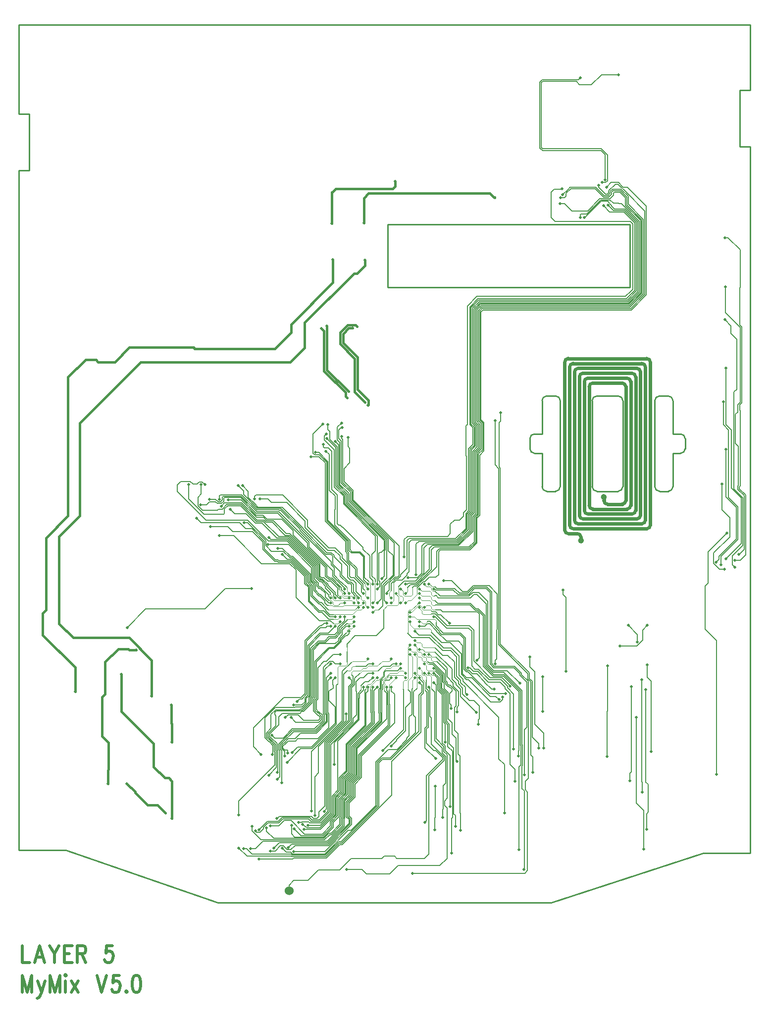
<source format=gbr>
*
*
G04 PADS Layout (Build Number 2006.45.1) generated Gerber (RS-274-X) file*
G04 PC Version=2.1*
*
%IN "MyMix V5.0_01.pcb"*%
*
%MOIN*%
*
%FSLAX35Y35*%
*
*
*
*
G04 PC Standard Apertures*
*
*
G04 Thermal Relief Aperture macro.*
%AMTER*
1,1,$1,0,0*
1,0,$1-$2,0,0*
21,0,$3,$4,0,0,45*
21,0,$3,$4,0,0,135*
%
*
*
G04 Annular Aperture macro.*
%AMANN*
1,1,$1,0,0*
1,0,$2,0,0*
%
*
*
G04 Odd Aperture macro.*
%AMODD*
1,1,$1,0,0*
1,0,$1-0.005,0,0*
%
*
*
G04 PC Custom Aperture Macros*
*
*
*
*
*
*
G04 PC Aperture Table*
*
%ADD010C,0.01*%
%ADD012C,0.015*%
%ADD013C,0.005*%
%ADD016C,0.006*%
%ADD030C,0.02*%
%ADD053C,0.019*%
%ADD073C,0.004*%
%ADD088C,0.06*%
%ADD106C,0.024*%
%ADD157C,0.0055*%
%ADD158C,0.002*%
%ADD184C,0.038*%
*
*
*
*
G04 PC Copper Outlines (0)*
G04 Layer Name MyMix V5.0_01.pcb - dark (0)*
%LPD*%
*
*
G04 PC Area=DRW85350651*
G75*
G36*
G01*
X578268Y441986D02*
G03*
X578268I0J1650D01*
G37*
G74*
*
*
G04 PC Area=DRW83630752*
G75*
G36*
G01*
X593648Y471211D02*
G03*
X593648I0J1650D01*
G37*
G74*
*
*
G04 PC Copper Outlines (1)*
G04 Layer Name MyMix V5.0_01.pcb - dark (1)*
%LPD*%
*
*
G04 PC Area=Custom_Thermal*
*
G04 PC Custom Flashes*
G04 Layer Name MyMix V5.0_01.pcb - flashes*
%LPD*%
*
*
G04 PC Circuitry*
G04 Layer Name MyMix V5.0_01.pcb - circuitry*
%LPD*%
*
G54D10*
G01X200000Y790551D02*
X692126D01*
Y746600*
X685126*
Y708600*
X692126*
Y233465*
X684094*
X660630*
X558268Y200000*
X333860*
X231500Y235430*
X200000*
Y692600*
X207000*
Y730600*
X200000*
Y790551*
X448300Y614173D02*
X611200D01*
Y656500*
X448300*
Y614173*
X588891Y540912D02*
G75*
G03X585801Y537822I0J-3090D01*
G01X588891Y540912D02*
X603310D01*
X606423Y537799D02*
G03X603310Y540912I-3113J0D01*
G01X606423Y537799D02*
Y479945D01*
X603288Y476810D02*
G03X606423Y479945I0J3135D01*
G01X603288Y476810D02*
X588894D01*
X585801Y479903D02*
G03X588894Y476810I3093J0D01*
G01X585801Y479903D02*
Y537822D01*
X631050Y540912D02*
G03X627950Y537812I-0J-3100D01*
G01Y479901*
G03X631041Y476810I3091J0*
G01X637059*
G03X640159Y479910I-0J3100*
G01Y502360*
X645273*
G03X648373Y505460I-0J3100*
G01Y512262*
G03X645273Y515362I-3100J-0*
G01X640159*
Y537812*
G03X637059Y540912I-3100J0*
G01X631050*
X552065Y479910D02*
G03X555165Y476810I3100J-0D01*
G01X561174*
G03X564274Y479910I-0J3100*
G01Y537812*
G03X561174Y540912I-3100J-0*
G01X555165*
G03X552065Y537812I-0J-3100*
G01Y515362*
X546951*
G03X543851Y512262I-0J-3100*
G01Y505460*
G03X546951Y502360I3100J-0*
G01X552065*
Y479910*
G54D12*
X302681Y256648D02*
Y269147D01*
X302802Y269268*
Y281767*
X298358Y260433D02*
X293129Y265662D01*
X286561*
X278149Y274074*
Y274538*
X272611Y280076*
X259810Y279955D02*
Y289140D01*
X260281Y289611*
Y307688*
X255920Y312049*
Y338184*
X257968Y340232*
Y361880*
X266876Y370788*
X269788*
X302802Y281767D02*
X300703Y283866D01*
X298082*
X290654Y291294*
Y306971*
X268815Y328810*
Y353621*
X302803Y308183D02*
Y320451D01*
X302621Y320633*
Y332901*
X237686Y342042D02*
Y358258D01*
X215789Y380155*
Y394768*
X218023Y397002*
Y445392*
X232931Y460300*
Y553526*
X244676Y565271*
X246685*
X289261Y339069D02*
Y363004D01*
X274046Y378219*
X236414*
X226985Y387648*
Y446426*
X240859Y460300*
Y522631*
X281787Y563559*
X382371*
X392288Y573476*
Y590242*
X425435Y623389*
X427533*
X432780Y628636*
Y632402*
X278993Y370160D02*
X274011D01*
X273383Y370788*
X269788*
X420697Y539840D02*
X419725Y540812D01*
Y543265*
X405306Y557684*
Y584591*
X403498Y586398*
X421925Y543894D02*
X407307Y558513D01*
Y587995*
X434947Y534681D02*
X435292Y535026D01*
Y538030*
X427945Y545377*
Y566922*
X418038Y576829*
Y582728*
X421954Y586644*
X424505*
X432858Y536769D02*
X425944Y543683D01*
Y566094*
X416038Y576000*
Y583557*
X421326Y588845*
X424505*
X259677Y563768D02*
X253316D01*
X251813Y565271*
X246685*
X259677Y563768D02*
X264380D01*
X274130Y573518*
X276500*
X366031Y572700D02*
X318318D01*
X317500Y573518*
X276500*
X366031Y572700D02*
X372004D01*
X383079Y583775*
Y588959*
X411309Y617189*
Y632732*
X427576Y587718D02*
X426449Y588845D01*
X424505*
X410354Y657181D02*
Y678067D01*
X410670*
X413043Y680440*
X451485*
X453067Y682022*
Y685444*
X453008Y685503*
X432021Y657205D02*
Y674111D01*
X435185Y677275*
X516675*
X520314Y674428D02*
X520156Y674586D01*
X519364*
X516675Y677275*
G54D13*
X595298Y472861D02*
G03X595298I-1650J0D01*
G01X579918Y443636D02*
G03X579918I-1650J0D01*
G01X595298Y472861D02*
G03X595298I-1650J0D01*
G01X579918Y443636D02*
G03X579918I-1650J0D01*
G54D16*
G01X373484Y256573D02*
X373762D01*
X375330Y258141*
X408506Y400067D02*
X407526D01*
X405967Y401626*
Y402901*
X405849Y403019*
G54D30*
X202288Y151072D02*
Y139588D01*
Y151072D02*
X205470Y139588D01*
X208652Y151072D02*
X205470Y139588D01*
X208652Y151072D02*
Y139588D01*
X212629Y147244D02*
X215015Y139588D01*
X217402Y147244D02*
X215015Y139588D01*
X214220Y137400*
X214220D02*
X213424Y136307D01*
X212629Y135760*
X212231*
X220981Y151072D02*
Y139588D01*
Y151072D02*
X224163Y139588D01*
X227345Y151072D02*
X224163Y139588D01*
X227345Y151072D02*
Y139588D01*
X230924Y151072D02*
X231322Y150525D01*
X231322D02*
X231720Y151072D01*
X231322Y151619*
X230924Y151072*
X231322Y147244D02*
Y139588D01*
X235299Y147244D02*
X239674Y139588D01*
Y147244D02*
X235299Y139588D01*
X252402Y151072D02*
X255583Y139588D01*
X258765Y151072D02*
X255583Y139588D01*
X267515Y151072D02*
X263538D01*
X263140Y146150*
X263140D02*
X263538Y146697D01*
X264731Y147244*
X265924*
X267118Y146697*
X267913Y145604*
X268311Y143963*
X267913Y142869*
X267515Y141229*
X266720Y140135*
X265527Y139588*
X264333*
X263140Y140135*
X262743Y140682*
X262345Y141775*
X272288Y140682D02*
X271890Y140135D01*
X272288Y139588*
X272686Y140135*
X272288Y140682*
X278652Y151072D02*
X277458Y150525D01*
X277458D02*
X276663Y148885D01*
X276265Y146150*
X276265D02*
Y144510D01*
X276663Y141775*
X276663D02*
X277458Y140135D01*
X278652Y139588*
X279447*
X280640Y140135*
X281436Y141775*
X281436D02*
X281833Y144510D01*
Y146150*
X281833D02*
X281436Y148885D01*
X280640Y150525*
X280640D02*
X279447Y151072D01*
X278652*
X202288Y171072D02*
Y159588D01*
X207061*
X213822Y171072D02*
X210640Y159588D01*
X213822Y171072D02*
X217004Y159588D01*
X211833Y163416D02*
X215811D01*
X220583Y171072D02*
X223765Y165604D01*
Y159588*
X226947Y171072D02*
X223765Y165604D01*
X230527Y171072D02*
Y159588D01*
Y171072D02*
X235697D01*
X230527Y165604D02*
X233708D01*
X230527Y159588D02*
X235697D01*
X239277Y171072D02*
Y159588D01*
Y171072D02*
X242856D01*
X244049Y170525*
X244049D02*
X244447Y169979D01*
X244845Y168885*
Y167791*
X244447Y166697*
X244049Y166150*
X244049D02*
X242856Y165604D01*
X239277*
X242061D02*
X244845Y159588D01*
X262743Y171072D02*
X258765D01*
X258368Y166150*
X258368D02*
X258765Y166697D01*
X259958Y167244*
X261152*
X262345Y166697*
X263140Y165604*
X263538Y163963*
X263140Y162869*
X262743Y161229*
X261947Y160135*
X260754Y159588*
X259561*
X258368Y160135*
X257970Y160682*
X257572Y161775*
G54D53*
X361624Y229358D03*
X420600Y222269D03*
X464700Y219800D03*
X491254Y233314D03*
X539965Y222269D03*
X347936Y236749D03*
X351016Y236270D03*
X355791Y236344D03*
X356722Y251240D03*
X359011Y248264D03*
X361564Y249061D03*
X366633Y250488D03*
X369140Y251754D03*
X369309Y234746D03*
X371404Y236736D03*
X377259Y236623D03*
X383371Y252161D03*
X385212Y249584D03*
X388232Y254150D03*
X390934Y252641D03*
X391683Y249370D03*
X384916Y234431D03*
X381250Y237155D03*
X394613Y252027D03*
X479859Y248966D03*
X473269Y254183D03*
X497158Y248554D03*
X493726Y251437D03*
X536424Y235786D03*
X620377Y235913D03*
X622417Y249467D03*
X302681Y256648D03*
X298358Y260433D03*
X347917Y258950D03*
X373484Y256573D03*
X396979Y261813D03*
X399053Y258691D03*
X405423Y261462D03*
X485213Y257478D03*
X490091Y264661D03*
X526812Y260251D03*
X259810Y279955D03*
X272611Y280076D03*
X302802Y281767D03*
X368027Y285696D03*
X373859Y287707D03*
X376878Y280648D03*
X373847Y282881D03*
X412263Y292948D03*
X480040Y278457D03*
X545760Y287820D03*
X533942Y281603D03*
X540260Y286172D03*
X611049Y281967D03*
X619567Y274242D03*
X669651Y286227D03*
X302803Y308183D03*
X370650Y299539D03*
X362837Y299781D03*
X370140Y312709D03*
X383909Y301134D03*
X380872Y300627D03*
X378678Y298602D03*
X380365Y294383D03*
X450524Y305319D03*
X444760Y302359D03*
X486724Y308002D03*
X480433Y297062D03*
X494824Y295097D03*
X549742Y303883D03*
X532992Y303417D03*
X536149Y298666D03*
X553311Y304158D03*
X595838Y298500D03*
X625363Y301701D03*
X302621Y332901D03*
X379316Y324662D03*
X383034Y324602D03*
X384920Y332881D03*
X420288Y326895D03*
X490705Y330656D03*
X507723Y328099D03*
X494686Y328447D03*
X509112Y320065D03*
X552657Y328595D03*
X615581Y324823D03*
X237686Y342042D03*
X268815Y353621D03*
X289261Y339069D03*
X387276Y335477D03*
X409713Y351312D03*
X412863D03*
X431760Y345013D03*
X422312Y351312D03*
X438060D03*
X441209Y345013D03*
X438060D03*
X441210Y351312D03*
X434910Y345013D03*
X450658Y351312D03*
Y345013D03*
X447509D03*
X466406Y351312D03*
X469556Y348163D03*
Y351312D03*
X460107D03*
X453808D03*
X475855Y345013D03*
X479005Y348163D03*
X501471Y339929D03*
X530438Y345756D03*
X527462Y340697D03*
X525578Y338515D03*
X523197Y336630D03*
X519924Y343573D03*
X537183Y347541D03*
X552657Y352005D03*
X612024Y345277D03*
X621984Y343499D03*
X619316Y349902D03*
X278993Y370160D03*
X409713Y354462D03*
Y360761D03*
X416012D03*
Y367060D03*
X438060Y354462D03*
X434910Y363911D03*
X438060Y360761D03*
X450658Y363911D03*
X469556Y370210D03*
Y357612D03*
X466406Y367060D03*
X463257D03*
Y370210D03*
X466406Y373360D03*
X463257D03*
X466406Y354462D03*
X460107D03*
X453808Y360761D03*
X456958Y357612D03*
Y360761D03*
X475855Y367060D03*
X472706D03*
Y360761D03*
X479005Y357612D03*
X472706Y354462D03*
X475855D03*
X479005D03*
X502169Y357953D03*
X508188Y362897D03*
X520618Y360734D03*
X543730Y365297D03*
X568303Y355771D03*
X596016Y359506D03*
X604625Y372644D03*
X622696Y359862D03*
X272739Y385114D03*
X407286Y388033D03*
X409713Y385958D03*
X425461Y392258D03*
X422312Y385958D03*
X425461Y389108D03*
X419162Y392258D03*
X416012Y389108D03*
Y392258D03*
X412863D03*
X425461Y385958D03*
X422312Y382809D03*
X412863Y385958D03*
X466406Y382809D03*
X469556Y389108D03*
X463257D03*
X469556Y385958D03*
X463257Y392258D03*
X466406Y376509D03*
X479005Y392258D03*
X489783Y387953D03*
X610007Y386530D03*
X622816D03*
X616250Y375443D03*
X356463Y411194D03*
X409713Y404856D03*
Y401706D03*
X419162Y408006D03*
Y401706D03*
X416012Y404856D03*
X412863D03*
X425461D03*
Y401706D03*
X422312Y408006D03*
Y404856D03*
X419162Y411155D03*
X431760Y408006D03*
Y401706D03*
Y398557D03*
X428611Y404856D03*
Y401706D03*
Y398557D03*
X438060Y395407D03*
X447508Y408005D03*
X450658Y401706D03*
Y404856D03*
X434910Y398557D03*
Y404856D03*
X438060Y398557D03*
X441209Y411155D03*
Y401706D03*
X438060D03*
X434910Y411155D03*
X447509Y401706D03*
X456958Y411155D03*
X469556Y401706D03*
Y398557D03*
X460107Y408006D03*
Y401706D03*
X456958D03*
X469556Y408006D03*
Y404856D03*
X453808Y408006D03*
X469556Y411155D03*
X463257Y395407D03*
X472706Y398557D03*
X479005Y411155D03*
X566053Y410440D03*
X441209Y414305D03*
X444247Y418095D03*
X434910Y414305D03*
X438060D03*
X459288Y432781D03*
X460107Y414305D03*
X461914Y418723D03*
X467201Y420653D03*
X485695Y416731D03*
X472706Y414305D03*
X475855D03*
X669243Y429087D03*
X672491Y427463D03*
X675739Y431301D03*
X681793Y430268D03*
Y425691D03*
X674854Y424362D03*
X328674Y453003D03*
X334787Y446890D03*
X368109Y445618D03*
X367639Y441046D03*
X374130Y438506D03*
X377141Y434366D03*
X676473Y448707D03*
X684598Y434402D03*
X319455Y458815D03*
X322022Y467626D03*
X328224Y471510D03*
X340921Y470870D03*
X342115Y464627D03*
X334714Y471422D03*
X336127Y466801D03*
X351398Y455617D03*
X362233Y471659D03*
X358467Y471700D03*
X325085Y481256D03*
X322500D03*
X314181Y481498D03*
X350529Y480532D03*
X347435Y480586D03*
X673041Y481631D03*
X407284Y512435D03*
X396405Y500126D03*
X406661Y503775D03*
X399549Y503045D03*
X404789Y508510D03*
X421478Y513036D03*
X412736Y510444D03*
X417260Y513798D03*
X675829Y505010D03*
X407858Y521676D03*
X406960Y515471D03*
X404639Y521984D03*
X417666Y519788D03*
X417005Y522845D03*
X524205Y529786D03*
X520426Y524199D03*
X420697Y539840D03*
X421925Y543894D03*
X434947Y534681D03*
X432858Y536769D03*
X674006Y536969D03*
X675937Y559704D03*
X403498Y586398D03*
X407307Y587995D03*
X424505Y586644D03*
X427576Y587718D03*
X675079Y592199D03*
X411309Y632732D03*
X432780Y632402D03*
X675615Y614292D03*
X675079Y647430D03*
X410354Y657181D03*
X432021Y657205D03*
X564143Y670406D03*
X577724Y661085D03*
X580463Y661057D03*
X596600Y669200D03*
X593392Y669090D03*
X453008Y685503D03*
X520314Y674428D03*
X565535Y680280D03*
X565917Y676312D03*
X564365Y674343D03*
X592455Y684646D03*
X590108Y682653D03*
X594531Y686474D03*
X595442Y681491D03*
X577768Y754891D03*
X603512Y757177D03*
G54D73*
X430192Y342902D02*
Y346021D01*
X423841Y353276D02*
X423887Y353322D01*
Y355081*
X424843Y356037*
X429899*
X431399Y357537*
X433474*
X435123Y359186*
X441210*
X444360Y362336*
X449083*
X450658Y363911*
X414420Y346995D02*
Y358213D01*
X415393Y359186*
X419780*
X420916Y360322*
Y362010*
X433513Y343813D02*
X433359Y343967D01*
Y345655*
X434830Y347126*
X436457*
X440643Y351312*
X441210*
X445197Y347043D02*
X445157Y347083D01*
Y349143*
X445690Y349676*
Y349882*
X446471Y350663*
X447035*
X449234Y352862*
X453808*
X444815Y350046D02*
Y350139D01*
X446139Y351463*
X446703*
X449627Y354387*
X454549*
X456174Y356012*
X456958*
X436528Y343490D02*
X436509Y343509D01*
Y345656*
X440590Y349737*
X441828*
X445009Y352918*
Y355498*
X447123Y357612*
X449885*
X451459Y359186*
X455383*
X456958Y360761*
X449016Y343490D02*
X449084Y343558D01*
Y346588*
X453433Y350937*
X446001Y342521D02*
X445959Y342563D01*
Y346111*
X446072Y346224*
Y347406*
X445957Y347521*
Y348808*
X446565Y349416*
Y349519*
X464722Y344173D02*
X464832Y344283D01*
Y349738*
X466406Y351312*
X461719Y343480D02*
X461707Y343492D01*
Y349196*
X464808Y352297*
Y365509*
X463257Y367060*
X458486Y343826D02*
X458533Y343873D01*
Y348781*
X459489Y349737*
X460725*
X461683Y350695*
Y371786*
X463257Y373360*
X467865Y344173D02*
X467957Y344265D01*
Y352345*
X466406Y353896*
Y354462*
X460107Y351312D02*
X458557Y352862D01*
X453808*
X474124Y349949D02*
X474257Y350082D01*
Y351954*
X473324Y352887*
X472088*
X471132Y353843*
Y356036*
X469556Y357612*
X477882Y343687D02*
X477431Y344138D01*
Y351929*
X476473Y352887*
X474847*
X473272Y354462*
X472706*
X479865Y352872D02*
X478011D01*
X476421Y354462*
X475855*
X473539Y342579D02*
X473179Y342939D01*
Y348474*
X471132Y350521*
Y351929*
X470174Y352887*
X468938*
X467982Y353843*
Y364919*
X466406Y366495*
Y367060*
X423930Y361814D02*
X424452Y362336D01*
X433335*
X434910Y363911*
X426589Y359066D02*
X426493Y359162D01*
X425461*
X422312Y356061D02*
X421350D01*
X421093Y356318*
X422312Y356061D02*
X422954D01*
X423886Y356993*
Y358230*
X424818Y359162*
X425461*
X431761Y356012D02*
X441209D01*
X429422Y354363D02*
X431071Y356012D01*
X431761*
X420916Y368947D02*
X420734Y369129D01*
Y371868*
X441209Y356012D02*
X441982D01*
X460107Y354462D02*
X458557Y356012D01*
X456958*
X479005Y368659D02*
X479787D01*
X479969Y368841*
X479005Y368659D02*
X473300D01*
X471749Y370210*
X469556*
X479005Y365501D02*
X477982D01*
X476423Y367060*
X475855*
X480596Y365501D02*
X479005D01*
Y362361D02*
X481108D01*
X481117Y362370*
X479005Y362361D02*
X478363D01*
X477431Y363293*
Y364528*
X476450Y365509*
X474823*
X473272Y367060*
X472706*
X479005Y356061D02*
X480028D01*
X480074Y356107*
X479005Y356061D02*
X475213D01*
X474125Y357149*
Y359342*
X472706Y360761*
X480282Y371451D02*
X479948Y371785D01*
X472088*
X471132Y372741*
Y373977*
X470175Y374934*
X467981*
X466406Y376509*
X476107Y360282D02*
X475646D01*
X473592Y362336*
X472088*
X471132Y363292*
Y364528*
X470175Y365485*
X468938*
X467982Y366441*
Y367677*
X467024Y368635*
X464832*
X463257Y370210*
X475272Y362161D02*
X474281Y363153D01*
Y364529*
X473325Y365485*
X472088*
X471132Y366441*
Y367677*
X470174Y368635*
X468938*
X467982Y369591*
Y371784*
X466406Y373360*
X423911Y390708D02*
X420940D01*
X420865Y390783*
X423911Y390708D02*
X425461Y392258D01*
X422312Y387558D02*
X421669D01*
X421538Y387689*
X422312Y387558D02*
X423911D01*
X425461Y389108*
X414462Y387558D02*
X411717D01*
X411676Y387599*
X414462Y387558D02*
X416012Y389108D01*
X414462Y390708D02*
X411684D01*
X411676Y390716*
X414462Y390708D02*
X416012Y392258D01*
X412863Y393857D02*
X411705D01*
X411623Y393939*
X412863Y393857D02*
X424476D01*
X427602Y396983*
X430186*
X431760Y398557*
X420521Y381846D02*
X420737Y382062D01*
Y383427*
X421694Y384384*
X423887*
X425461Y385958*
X461653Y381292D02*
X461683Y381322D01*
Y396026*
X462640Y396983*
X464267*
X468423Y401139*
X470930Y384346D02*
X473403D01*
X473417Y384360*
X475855*
X470930Y384346D02*
X470892Y384384D01*
X465787*
X463257Y386914*
Y389108*
X475855Y393857D02*
X477133D01*
X477661Y394385*
X475855Y393857D02*
X472064D01*
X471132Y394789*
Y396495*
X469556Y398071*
Y398557*
X472706Y387558D02*
X473349D01*
X474944Y389153*
Y389195*
X472706Y387558D02*
X471970D01*
X470420Y389108*
X469556*
X477369Y382011D02*
X477406Y382048D01*
Y383451*
X476497Y384360*
X475855*
X480688Y388788D02*
Y389688D01*
X479688Y390688*
X467788*
X466218Y392258*
X463257*
X408506Y400067D02*
X408547Y400108D01*
X409713*
X412863Y400156D02*
X412220D01*
X411287Y401089*
Y402325*
X410330Y403282*
X408513*
X408453Y403342*
X412863Y400156D02*
X414683D01*
X416233Y401706*
X419162*
X412863Y399356D02*
X411498D01*
X410746Y400108*
X409713*
X412863Y399356D02*
X417966D01*
X418742Y400132*
X430186*
X431760Y401706*
X422312Y397007D02*
X408396D01*
X408295Y397108*
X422312Y397007D02*
X426103D01*
X427653Y398557*
X428611*
X425461Y404856D02*
X423885Y406432D01*
X418543*
X417587Y407388*
Y408624*
X415439Y410772*
X415438*
X425461Y401706D02*
X423885Y403282D01*
X412244*
X411287Y404239*
Y405475*
X410404Y406358*
Y406422*
X409510Y407316*
X422312Y408006D02*
X420761Y409557D01*
Y411952*
X420762Y411953*
X422312Y404856D02*
X418596D01*
X417020Y406432*
X415084*
X414898Y406618*
X428611Y401706D02*
X427036Y403281D01*
Y405580*
X426157Y406459*
X445364Y397508D02*
X447988Y400132D01*
X454427*
X455359Y401064*
Y405890*
X453808Y407441*
Y408006*
X438060Y395407D02*
X439636Y396983D01*
X442248*
X442335Y397070*
X450658Y401706D02*
X452234Y403282D01*
Y415299*
X450658Y404856D02*
X449084Y406430D01*
Y408722*
X450396Y410034*
X434910Y398557D02*
X433335Y400132D01*
Y402324*
X432377Y403282*
X431141*
X430185Y404238*
Y406070*
X430113Y406142*
X434910Y404856D02*
X433335Y406431D01*
Y409701*
X432522Y410515*
X438060Y398557D02*
X436485Y400132D01*
Y415007*
X435557Y415935*
X438060Y401706D02*
X439634Y403280D01*
Y416059*
X439676Y416101*
X434910Y411155D02*
X432780Y413285D01*
Y414604*
X459465Y406456D02*
X463900D01*
X464841Y407397*
Y412170*
X459465Y406456D02*
X458533Y407388D01*
Y409580*
X456958Y411155*
X460107Y408006D02*
X461658Y409557D01*
Y412161*
X460107Y401706D02*
X461683Y403282D01*
X463876*
X467957Y407363*
Y411937*
X467872Y412022*
X456958Y401706D02*
X458509Y403257D01*
Y405498*
X457575Y406432*
X456340*
X455361Y407411*
Y412520*
X463257Y395407D02*
X464018D01*
X468719Y400108*
X469556*
X479005Y409605D02*
X479836D01*
X479916Y409685*
X479005Y409605D02*
X478363D01*
X477431Y410537*
Y411772*
X476472Y412731*
X474280*
X472706Y414305*
X479005Y397007D02*
X480189D01*
X480304Y397122*
X479005Y397007D02*
X478363D01*
X477431Y397939*
Y399174*
X476497Y400108*
X475855*
X479005Y403306D02*
X479860D01*
X479916Y403362*
X479005Y403306D02*
X478363D01*
X477431Y404238*
Y405473*
X476472Y406432*
X471130*
X469556Y408006*
X479005Y400156D02*
X478363D01*
X477431Y401088*
Y402323*
X476472Y403282*
X471130*
X469556Y404856*
X479005Y400156D02*
X479989D01*
X480033Y400200*
X479916Y412730D02*
X477997D01*
X476422Y414305*
X475855*
X479005Y406456D02*
X479732D01*
X479799Y406523*
X479005Y406456D02*
X478363D01*
X477431Y407388*
Y408623*
X476473Y409581*
X471130*
X469556Y411155*
X477872Y396170D02*
X477035Y397007D01*
X472064*
X471131Y397940*
Y399174*
X470197Y400108*
X469556*
X472706Y398557D02*
X474257Y400108D01*
X475855*
G54D88*
X381712Y208000D03*
G54D106*
X593720Y473012D02*
X593685Y470553D01*
G03X596085Y468119I2400J-34*
G01X606013*
G03X608413Y470519I0J2400*
G01Y547219*
G03X606013Y549619I-2400J0*
G01X586213*
G03X583813Y547219I0J-2400*
G01Y467219*
G03X586213Y464819I2400J0*
G01X609313*
G03X611713Y467219I0J2400*
G01Y550519*
G03X609313Y552919I-2400J0*
G01X582913*
G03X580513Y550519I0J-2400*
G01Y463919*
G03X582913Y461519I2400J0*
G01X612613*
G03X615013Y463919I0J2400*
G01Y553819*
G03X612613Y556219I-2400J0*
G01X579613*
G03X577213Y553819I0J-2400*
G01Y460619*
G03X579613Y458219I2400J0*
G01X615913*
G03X618313Y460619I0J2400*
G01Y557119*
G03X615913Y559519I-2400J0*
G01X576313*
G03X573913Y557119I0J-2400*
G01Y457319*
G03X576313Y454919I2400J0*
G01X619213*
G03X621613Y457319I0J2400*
G01Y560419*
G03X619213Y562819I-2400J0*
G01X573013*
G03X570613Y560419I0J-2400*
G01Y454019*
G03X573013Y451619I2400J0*
G01X622513*
G03X624913Y454019I0J2400*
G01Y563719*
G03X622513Y566119I-2400J0*
G01X569713*
G03X567313Y563719I0J-2400*
G01Y450719*
G03X569713Y448319I2400J0*
G01X575863*
X578263Y445919D02*
G03X575863Y448319I-2400J0D01*
G01X578263Y445919D02*
Y443869D01*
G54D157*
X381712Y208000D02*
Y211802D01*
X381689Y211825*
X384934Y215071*
X394390*
X401440Y222121*
X415968*
X423447Y229600*
X444100*
X445900Y231400*
X452700*
X361624Y229358D02*
X384318D01*
X384916Y229956*
X406879*
X415973Y239050*
X417668*
X450985Y272367*
Y295003*
X470526Y314544*
Y339434*
X472234Y341142*
Y348009*
X469556Y350687*
Y351312*
X384916Y232806D02*
X384242D01*
X382970Y234078*
X379804*
X377259Y236623*
X384916Y232806D02*
X405697D01*
X421653Y248762*
X423348*
X440035Y265449*
Y294573*
X448631Y303169*
X454445*
X460938Y309662*
Y310459*
X461286Y310807*
Y311082*
X462613Y312409*
Y324905*
X464538Y326830*
Y343989*
X464722Y344173*
X386254Y230906D02*
X383454D01*
X383176Y231184*
X353501*
X347936Y236749*
X386254Y230906D02*
X406485D01*
X415579Y240000*
X417274*
X442235Y264961*
Y294085*
X444475Y296325*
X450289*
X469257Y315293*
Y339567*
X471284Y341594*
Y346435*
X469556Y348163*
X384916Y231856D02*
X383848D01*
X383077Y232627*
X356846*
X353203Y236270*
X351016*
X384916Y231856D02*
X406091D01*
X415185Y240950*
X416880*
X441285Y265355*
Y294479*
X444081Y297275*
X449895*
X466963Y314343*
Y324655*
X465663Y325955*
Y341971*
X467865Y344173*
X449630Y219303D02*
X433928D01*
X430962Y222269*
X420600*
X449630Y219303D02*
X455301Y224974D01*
X455301D02*
X483326D01*
X483326D02*
X488097Y229744D01*
Y263603*
X486375Y265325*
Y268509*
X488075Y270209*
Y299641*
X485922Y301794*
Y305161*
X480863Y310220*
Y346305*
X479005Y348163*
X464700Y219800D02*
X540433D01*
X542333Y221700*
Y274471*
X540846Y275958*
Y281850*
X542775Y283779*
Y348866*
X538177Y353464*
Y354456*
X533524Y359109*
X519944*
X518093Y360960*
Y409088*
X514993Y412188*
X506188*
X472740Y229800D02*
X454300D01*
X452700Y231400*
X472740Y229800D02*
X475740Y232800D01*
Y285378*
X486175Y295813*
Y298080*
X477525Y306730*
Y324352*
X476376Y325501*
Y344492*
X475855Y345013*
X491254Y233314D02*
Y256791D01*
X491716Y257253*
Y301942*
X488631Y305027*
Y319774*
X486813Y321592*
Y340743*
X483713Y343843*
Y347487*
X483408Y347792*
Y352773*
X480074Y356107*
X539965Y222269D02*
X540156Y222460D01*
Y275214*
X538635Y276735*
Y292177*
X538724Y292266*
Y305971*
X538380Y306315*
Y342801*
X526059Y355122*
X519037*
X514472Y359687*
Y400852*
X508111Y407213*
X507437*
X361564Y247436D02*
X359839D01*
X359011Y248264*
X361564Y247436D02*
X362237D01*
X364406Y249605*
Y250560*
X367534Y253688*
X374867*
X377419Y256240*
X394884*
X355791Y236344D02*
X359230D01*
X364196Y241310*
X407364*
X417847Y251793*
Y256432*
X418385Y256970*
Y268627*
X422225Y272467*
Y281395*
X426685Y285855*
Y304001*
X444324Y321640*
Y328357*
X444126Y328555*
Y342943*
X444997Y343814*
Y346843*
X445197Y347043*
X361564Y249061D02*
X363456Y250953D01*
Y250954*
X367140Y254638*
X374473*
X377025Y257190*
X395635*
X369140Y251754D02*
X374903D01*
X378439Y255290*
X383077*
X369309Y234746D02*
X372398D01*
X375900Y238248*
X377259*
X371404Y236736D02*
X375028Y240360D01*
X407758*
X418797Y251399*
Y256038*
X419335Y256576*
Y268233*
X423175Y272073*
Y281001*
X427635Y285461*
Y303607*
X447614Y323586*
Y327569*
X447377Y327806*
Y341145*
X446001Y342521*
X381250Y235530D02*
X380576D01*
X379254Y236852*
Y236927*
X377933Y238248*
X377259*
X381250Y235530D02*
X382755D01*
X385684Y238459*
X408545*
X422997Y252911*
Y256333*
X421235Y258095*
Y267445*
X425075Y271285*
Y280213*
X429535Y284673*
Y299043*
X449514Y319022*
Y333364*
X449277Y333601*
Y343229*
X449016Y343490*
X388232Y254150D02*
X390100D01*
X390216Y254266*
X390934*
X391683Y249370D02*
X402721D01*
X412685Y259334*
Y266064*
X412685*
X412685*
Y270991*
X416525Y274831*
Y283759*
X420985Y288219*
Y306365*
X433661Y319041*
Y340946*
X434910Y342195*
Y345013*
X384916Y234431D02*
X405861D01*
X423947Y252517*
Y256727*
X422185Y258489*
Y267051*
X426025Y270891*
Y279819*
X430485Y284279*
Y298649*
X452764Y320928*
Y340400*
X450658Y342506*
Y345013*
X381250Y237155D02*
X383504Y239409D01*
X408151*
X422047Y253305*
Y255939*
X420285Y257701*
Y267839*
X424125Y271679*
Y280607*
X428585Y285067*
Y299437*
X448564Y319416*
Y332970*
X448327Y333207*
Y341954*
X447509Y342772*
Y345013*
X393888Y244163D02*
X385606D01*
X383371Y246398*
Y252161*
X393888Y244163D02*
X404800D01*
X411375Y250738*
Y253992*
X415535Y258152*
Y269809*
X419375Y273649*
Y282577*
X423835Y287037*
Y305183*
X439174Y320522*
Y328356*
X438813Y328717*
Y342617*
X441209Y345013*
X393888Y245113D02*
X389683D01*
X385212Y249584*
X393888Y245113D02*
X404406D01*
X410425Y251132*
Y254386*
X414585Y258546*
Y270203*
X418425Y274043*
Y282971*
X422885Y287431*
Y305577*
X438224Y320916*
Y327962*
X437863Y328323*
Y344816*
X438060Y345013*
X395999Y253721D02*
X395635D01*
X395090Y254266*
X390934*
X395999Y253721D02*
X403040D01*
X409835Y260516*
Y306516*
X424763Y321444*
Y323921*
X427063Y326221*
Y338482*
X427188Y338607*
Y342046*
X426985Y342249*
Y348836*
X429461Y351312*
X431760*
X434910Y354462*
X438060*
X394613Y250402D02*
X393882D01*
X393408Y250876*
X392699*
X390934Y252641*
X394613Y250402D02*
X402409D01*
X411735Y259728*
Y267154*
X411735*
X411735*
Y271385*
X415575Y275225*
Y284153*
X420035Y288613*
Y306759*
X432710Y319434*
Y343010*
X433513Y343813*
X393888Y242263D02*
X362713D01*
X356722Y248254*
Y251240*
X393888Y242263D02*
X405588D01*
X409025Y245700*
X410410*
X416897Y252187*
Y256826*
X417435Y257364*
Y269021*
X421275Y272861*
Y281789*
X425735Y286249*
Y304395*
X443374Y322034*
Y327963*
X443176Y328161*
Y343337*
X443959Y344120*
Y349190*
X444815Y350046*
X393888Y243213D02*
X371464D01*
X366633Y248044*
Y250488*
X393888Y243213D02*
X405194D01*
X408631Y246650*
X410016*
X415947Y252581*
Y257220*
X416485Y257758*
Y269415*
X420325Y273255*
Y282183*
X424785Y286643*
Y304789*
X442424Y322428*
Y327569*
X442226Y327767*
Y343731*
X443009Y344514*
Y349632*
X445884Y352507*
Y355135*
X446836Y356087*
X447509*
X397437Y246063D02*
X392304D01*
X383077Y255290*
X397437Y246063D02*
X404012D01*
X409475Y251526*
Y254780*
X413635Y258940*
Y270597*
X417475Y274437*
Y283365*
X421935Y287825*
Y305971*
X437274Y321310*
Y327568*
X436913Y327929*
Y343105*
X436528Y343490*
X394613Y252027D02*
X402690D01*
X410785Y260122*
Y268722*
X410785*
X410785*
Y271779*
X414625Y275619*
Y308618*
X428963Y322956*
Y337694*
X429088Y337819*
Y340204*
X431760Y342876*
Y345013*
X479859Y248966D02*
Y257297D01*
X480040Y257478*
X480040*
Y278457*
X473269Y254183D02*
X474230Y255144D01*
Y285212*
X485225Y296207*
Y297553*
X480340Y302438*
X479159*
X474275Y307322*
Y317047*
X475363Y318135*
Y342653*
X474124Y343892*
Y349949*
X497158Y248554D02*
Y259949D01*
X496883Y260224*
Y298773*
X495475Y300181*
Y313572*
X493061Y315986*
Y331483*
X494020Y332442*
Y342358*
X490051Y346327*
X489110*
X488158Y347279*
Y348418*
X487208Y349368*
Y356279*
X481117Y362370*
X493726Y251437D02*
Y258752D01*
X492666Y259812*
Y303948*
X489581Y307033*
Y320168*
X487763Y321986*
Y341137*
X484663Y344237*
Y347881*
X484358Y348186*
Y353167*
X479913Y357612*
X479005*
X536424Y235786D02*
Y291310D01*
X537774Y292660*
Y305577*
X537430Y305921*
Y342407*
X526450Y353387*
X519428*
X513522Y359293*
Y393341*
X509138Y397725*
X507487*
X503885Y401327*
X481951*
X479916Y403362*
X620377Y235913D02*
Y262150D01*
X615581Y266946*
Y324823*
X622417Y249467D02*
Y259772D01*
X623525Y260880*
Y279528*
X621984Y281069*
Y343499*
X347917Y258950D02*
Y268419D01*
X372275Y292777*
Y301470*
X371947Y301797*
Y306109*
X368872Y309184*
X368680*
X366615Y311249*
Y314169*
X369663Y317217*
Y326743*
X372742Y329822*
X388801*
X389428Y330449*
X390581*
X395286Y335154*
Y338023*
X396313Y339050*
Y370905*
X401521Y376113*
X405675*
X408648Y379085*
X412781*
X415637Y381941*
Y384731*
X420865Y389959*
Y390783*
X398293Y256573D02*
X400572D01*
X401853Y257855*
Y260903*
X405803Y264853*
Y307860*
X420288Y322345*
Y326895*
X398293Y256573D02*
X396725Y258141D01*
X375330*
X402646Y254671D02*
X396453D01*
X394884Y256240*
X402646Y254671D02*
X408885Y260910D01*
Y265380*
X408885*
X408885*
Y306910*
X423813Y321838*
Y344677*
X425936Y346800*
Y350877*
X429422Y354363*
X402254Y255623D02*
X397202D01*
X395635Y257190*
X402254Y255623D02*
X407935Y261304D01*
Y307304*
X422863Y322232*
Y345071*
X424887Y347095*
Y352230*
X423841Y353276*
X396979Y261813D02*
Y301724D01*
X417637Y322382*
Y355521*
X423930Y361814*
X399053Y258691D02*
Y284679D01*
X401630Y287256*
Y305031*
X418587Y321988*
Y353812*
X421093Y356318*
X405423Y261462D02*
X406985Y263024D01*
Y307698*
X421913Y322626*
Y345465*
X423937Y347489*
Y349687*
X422312Y351312*
X485213Y257478D02*
Y262586D01*
X485574Y262947*
X485425Y263096*
Y278748*
X487125Y280448*
Y298474*
X484862Y300737*
Y304123*
X479913Y309072*
Y341656*
X477882Y343687*
X490091Y264661D02*
Y298969D01*
X486872Y302188*
Y305555*
X484913Y307514*
Y339955*
X481813Y343055*
Y346699*
X481508Y347004*
Y351229*
X479865Y352872*
X526812Y260251D02*
Y292859D01*
X522985Y296686*
Y324750*
X498861Y348874*
Y350225*
X496144Y352942*
Y366084*
X490999Y371229*
X485793*
X476962Y380060*
X469155*
X466406Y382809*
X368027Y285696D02*
X373225Y290894D01*
Y301863*
X372897Y302191*
Y306503*
X369266Y310134*
X369073*
X367565Y311642*
Y313776*
X372913Y319124*
Y325845*
X372184Y326574*
Y327920*
X373136Y328872*
X389194*
X389821Y329499*
X390975*
X396236Y334760*
Y337629*
X397263Y338656*
Y370512*
X401914Y375163*
X406069*
X409041Y378135*
X413174*
X416587Y381548*
Y383876*
X420400Y387689*
X421538*
X373859Y287707D02*
X374175Y288023D01*
Y302257*
X373847Y302584*
X373847D02*
Y306896D01*
X369659Y311084*
X369467*
X368515Y312036*
Y313382*
X374763Y319630*
Y324861*
X377265Y327363*
X389029*
X390215Y328549*
X391368*
X397186Y334367*
Y337236*
X397186D02*
X398213Y338263D01*
X398213D02*
Y370118D01*
X402308Y374213*
X412864*
X415062Y376411*
Y377731*
X415062D02*
X417537Y380205D01*
Y383482*
X420013Y385958*
X422312*
X376878Y280648D02*
Y302241D01*
X375747Y303372*
Y306297*
X377811Y308361*
X377965*
X384677Y315073*
X399783*
X406675Y321965*
Y326399*
X405813Y327261*
Y356861*
X409713Y360761*
X373847Y282881D02*
X375484Y284518D01*
Y302291*
X374797Y302978*
Y306691*
X377417Y309311*
X377571*
X384283Y316023*
X399389*
X405463Y322097*
Y326267*
X404863Y326867*
Y358210*
X409039Y362386*
X409713*
X412263Y292948D02*
Y307600D01*
X428013Y323350*
Y338088*
X428138Y338213*
Y340848*
X430192Y342902*
X545760Y287820D02*
Y298083D01*
X544442Y299401*
Y348543*
X542561Y350424*
Y354160*
X522938Y373783*
Y492094*
X520426Y494606*
Y524199*
X533942Y281603D02*
Y289626D01*
X530637Y292931*
Y340546*
X527262Y343921*
Y344878*
X523754Y348386*
X515866*
X508693Y355559*
X505845*
X503451Y357953*
X502169*
X540260Y286172D02*
Y316424D01*
X541825Y317989*
Y348472*
X537227Y353070*
Y354062*
X533130Y358159*
X519550*
X517143Y360566*
Y408694*
X514617Y411220*
X506606*
X611049Y281967D02*
Y287113D01*
X612024Y288088*
Y345277*
X619567Y274242D02*
Y281174D01*
X619316Y281425*
Y349902*
X669651Y286227D02*
Y376332D01*
X661978Y384005*
Y413066*
X663781Y414869*
Y436015*
X676473Y448707*
X370650Y299539D02*
X370970Y299859D01*
Y305743*
X368479Y308234*
X368284*
X365665Y310853*
Y324343*
X372578Y331256*
X385594*
X386003Y331665*
X390454*
X393288Y334499*
Y337370*
X395363Y339445*
Y372769*
X402869Y380275*
X412627*
X414587Y382235*
Y385206*
X419162Y389781*
Y392258*
X362837Y299781D02*
X357759Y304859D01*
Y317781*
X378047Y338069*
X389955*
X392513Y340627*
Y376263*
X402513Y386263*
X403573*
X405343Y388033*
X407286*
X376188Y310844D02*
X372005D01*
X370140Y312709*
X376188Y310844D02*
X377760D01*
X383889Y316973*
X398995*
X404513Y322491*
Y325873*
X401896Y328490*
X401401*
X400036Y329855*
Y336054*
X401063Y337081*
Y358170*
X405300Y362407*
X405300D02*
X406958D01*
X406958D02*
X411611Y367060D01*
X416012*
X383909Y301134D02*
X387370Y304595D01*
X396735*
X412713Y320573*
Y331806*
X408663Y335856*
Y342241*
X409711Y343289*
X410288*
X411338Y344339*
Y346537*
X411237Y346638*
Y349686*
X412863Y351312*
X380872Y300627D02*
Y302452D01*
X380493Y302831*
X378978*
X377647Y304162*
Y305509*
X378599Y306461*
X378753*
X381131Y308839*
X386111*
X387489Y310217*
X401013*
X408641Y317845*
Y327121*
X407713Y328049*
Y349312*
X409713Y351312*
X378678Y298602D02*
Y301785D01*
X376697Y303766*
Y305903*
X378205Y307411*
X378359*
X381274Y310326*
X385840*
X389637Y314123*
X400177*
X407625Y321571*
Y326793*
X406763Y327655*
Y351512*
X409713Y354462*
X380365Y294383D02*
X389627Y303645D01*
X397129*
X413663Y320179*
Y346238*
X414420Y346995*
X450524Y305319D02*
X454064Y308859D01*
Y309629*
X460163Y315728*
Y331463*
X463413Y334713*
Y341786*
X461719Y343480*
X444760Y302359D02*
X458863Y316462D01*
Y343449*
X458486Y343826*
X486724Y308002D02*
Y320337D01*
X485863Y321198*
Y340349*
X482763Y343449*
Y347093*
X482458Y347398*
Y351623*
X479619Y354462*
X479005*
X480433Y297062D02*
X473325Y304170D01*
Y317441*
X474413Y318529*
Y341705*
X473539Y342579*
X494824Y295097D02*
X494071Y295850D01*
Y310600*
X491462Y313209*
Y320948*
X488756Y323654*
Y341488*
X486258Y343986*
Y347630*
X485308Y348580*
Y353608*
X478634Y360282*
X476107*
X549742Y303883D02*
Y307120D01*
X545392Y311470*
Y348937*
X543511Y350818*
Y354554*
X523888Y374177*
Y492488*
X523138Y493238*
Y522869*
X524205Y523936*
Y529786*
X532992Y303417D02*
Y340465D01*
X528813Y344644*
Y345520*
X524397Y349936*
X516509*
X509335Y357110*
X506932*
X504718Y359324*
Y382703*
X502645Y384776*
X487686*
X480204Y392258*
X479005*
X536149Y298666D02*
Y302120D01*
X536480Y302451*
Y342013*
X526056Y352437*
X519034*
X512572Y358899*
Y392947*
X508744Y396775*
X507093*
X503668Y400200*
X502062*
X553311Y304158D02*
Y313949D01*
X547222Y320038*
Y355339*
X543730Y358831*
Y365297*
X595838Y298500D02*
Y328914D01*
X596016Y329092*
Y359506*
X625363Y301701D02*
Y348895D01*
X622696Y351562*
Y359862*
X379316Y324662D02*
X381067Y326413D01*
X385788*
X384920Y332881D02*
X390326D01*
X392338Y334893*
Y337764*
X394413Y339839*
Y373163*
X402475Y381225*
X408130*
X412863Y385958*
X398481Y322673D02*
X391521D01*
X387781Y326413*
X385788*
X398481Y322673D02*
X401548D01*
X402613Y323738*
Y325085*
X401522Y326176*
X401027*
X398136Y329067*
Y336842*
X399163Y337869*
Y362413*
X408551Y371801*
X411796*
X416012Y376017*
Y377337*
X420521Y381846*
X401979Y321301D02*
X386335D01*
X383034Y324602*
X401979Y321301D02*
X403563Y322885D01*
Y325479*
X401502Y327540*
X401007*
X399086Y329461*
Y336448*
X400113Y337475*
Y362019*
X408945Y370851*
X412190*
X416962Y375623*
Y376608*
X419913Y379559*
X420887*
X422312Y380984*
Y382809*
X490705Y330656D02*
Y333132D01*
X489749Y334088*
Y340555*
X491408Y342214*
Y343626*
X489657Y345377*
X488716*
X487208Y346885*
Y348024*
X486258Y348974*
Y354002*
X478901Y361359*
X476075*
X475272Y362161*
X507723Y328099D02*
X497102Y338720D01*
Y343678*
X494164Y346616*
Y347607*
X491452Y350319*
Y357358*
X479969Y368841*
X494686Y328447D02*
Y331483D01*
X495849Y332646*
Y342077*
X492312Y345614*
Y347723*
X488158Y351877*
Y357939*
X480596Y365501*
X509112Y320065D02*
Y322885D01*
X509800Y323573*
Y332267*
X506136Y335931*
X503170*
X498653Y340448*
Y344382*
X495759Y347276*
Y348941*
X493044Y351656*
Y361977*
X488618Y366403*
X485330*
X480282Y371451*
X552657Y328595D02*
Y352005D01*
X387276Y335477D02*
X388918Y337119D01*
X390349*
X393463Y340233*
Y375869*
X402707Y385113*
X406376*
X407221Y385958*
X409713*
X430192Y346021D02*
X432734Y348563D01*
X435311*
X438060Y351312*
X446565Y349519D02*
X446834Y349788D01*
X449134*
X450658Y351312*
X453433Y350937D02*
X453808Y351312D01*
X501471Y339929D02*
X500373Y341027D01*
Y344855*
X497310Y347918*
Y349583*
X494594Y352299*
Y365441*
X490357Y369678*
X485151*
X476320Y378509*
X464436*
X461653Y381292*
X523197Y335005D02*
X523893D01*
X525578Y336690*
Y338515*
X523197Y335005D02*
X517416D01*
X502443Y349978*
X501301*
X497694Y353585*
Y367341*
X490127Y374908*
X484472*
X477369Y382011*
X530438Y345756D02*
Y346088D01*
X525040Y351486*
X517300*
X506269Y362517*
Y383345*
X503287Y386327*
X488328*
X480270Y394385*
X477661*
X527462Y340697D02*
X516723D01*
X504859Y352561*
Y352713*
X502195Y355377*
X501103*
X499594Y356886*
Y377577*
X496794Y380377*
X484599*
X482888Y382088*
Y382688*
X476381Y389195*
X474944*
X523197Y336630D02*
X520993Y338834D01*
X517200*
X504707Y351327*
X501296*
X498644Y353979*
Y373048*
X495834Y375858*
X487774*
X481285Y382347*
Y382828*
X476529Y387584*
X475855*
X519924Y343573D02*
X518099D01*
X513637Y348035*
Y348422*
X508051Y354008*
X505203*
X502884Y356327*
X501497*
X500544Y357280*
Y377971*
X499392Y379122*
X499392*
X497188Y381327*
X485663*
X480688Y386302*
Y388788*
X537183Y347541D02*
X528652Y356072D01*
X519431*
X515422Y360081*
Y402568*
X509383Y408607*
X505337*
X426589Y359066D02*
X431690D01*
X431760Y359136*
X433522*
X435147Y360761*
X438060*
X420734Y371868D02*
Y374081D01*
X426312Y379659*
X440357*
X445364Y384666*
Y397508*
X420916Y362010D02*
Y368947D01*
X416012Y360761D02*
X412863D01*
X411238Y362386*
X409713*
X441982Y356012D02*
X444494Y358524D01*
X444494*
X445106Y359136*
X449885*
X451510Y360761*
X453808*
Y355986D02*
X450710D01*
X450609Y356087*
X447509*
X453808Y355986D02*
X454767D01*
X456393Y357612*
X456958*
X508188Y362897D02*
X509976Y364685D01*
Y394199*
X508350Y395825*
X485155*
X483858Y397122*
X480304*
X520618Y360734D02*
Y362909D01*
X521588Y363879*
Y383488*
X521988Y383888*
Y406588*
X521888Y406688*
Y407688*
X516388Y413188*
X508883*
X568303Y355771D02*
Y405239D01*
X566053Y407489*
Y410440*
X604625Y372644D02*
X615750D01*
X619700Y376594*
Y383414*
X622816Y386530*
X272739Y385114D02*
X285206Y397581D01*
X325216*
X338829Y411194*
X356463*
X411676Y387599D02*
X409535Y389740D01*
X402144*
X386463Y405421*
Y423989*
X382289Y428163*
X363183*
X344456Y446890*
X334787*
X411676Y390716D02*
X408535D01*
X403738Y395513*
X401913*
X394706Y402720*
Y412276*
X392213Y414769*
Y419583*
X382683Y429113*
X374546*
X373948Y429711*
X372068*
X364113Y437666*
Y442761*
X357228Y449646*
X343872*
X340515Y453003*
X328674*
X409713Y393782D02*
X409039D01*
X406346Y396475*
Y397022*
X402355Y401013*
X401913*
X396606Y406320*
Y413064*
X394113Y415557*
Y420371*
X383471Y431013*
X380494*
X377141Y434366*
X409713Y393782D02*
X411466D01*
X411623Y393939*
X412863Y392258D02*
X409219D01*
X405014Y396463*
X402307*
X395656Y403114*
Y412670*
X393163Y415163*
Y419977*
X383077Y430063*
X374979*
X374381Y430661*
X372462*
X365063Y438060*
Y443155*
X356683Y451535*
X352660*
X348376Y455819*
X322451*
X319455Y458815*
X469556Y385958D02*
X473272D01*
X474898Y387584*
X475855*
X489783Y387953D02*
X483974Y393762D01*
X482314*
X480388Y395688*
X478354*
X477872Y396170*
X616250Y375443D02*
Y380287D01*
X610007Y386530*
X408453Y403342D02*
X406108Y405687D01*
Y408260*
X402855Y411513*
X401913*
X400406Y413020*
Y414640*
X397913Y417133*
Y425883*
X380445Y443351*
X367817*
X353778Y457390*
X325734*
X306371Y476753*
Y480960*
X308893Y483482*
X409510Y407316D02*
Y408334D01*
X406187Y411657*
Y413181*
X403448Y415920*
X402432*
X399813Y418539*
Y426671*
X381233Y445251*
X373560*
X363521Y455290*
X359269*
X352905Y461654*
X345088*
X342115Y464627*
X405849Y403019D02*
X402355Y406513D01*
X401913*
X398506Y409920*
Y413852*
X396013Y416345*
Y421159*
X384259Y432913*
X382812*
X377219Y438506*
X374130*
X408295Y397108D02*
X403440Y401963D01*
X402307*
X397556Y406714*
Y413458*
X395063Y415951*
Y420765*
X383865Y431963*
X382418*
X377945Y436436*
X369950*
X366013Y440373*
Y443549*
X353945Y455617*
X351398*
X409713Y404856D02*
X408560Y406009D01*
Y407152*
X403249Y412463*
X402307*
X401356Y413414*
Y415034*
X398863Y417527*
Y426277*
X380839Y444301*
X369426*
X368109Y445618*
X409713Y401706D02*
X408626D01*
X402869Y407463*
X402307*
X399456Y410314*
Y414246*
X396963Y416739*
Y425489*
X381406Y441046*
X367639*
X415438Y410772D02*
Y412223D01*
X410371Y417290*
X408750*
X406313Y419727*
Y425547*
X384505Y447355*
Y450420*
X376747Y458178*
X366757*
X364101Y460834*
X359421*
X349385Y470870*
X340921*
X420762Y411953D02*
X416939Y415776D01*
X416608*
X412107Y420277*
Y425463*
X410163Y427407*
Y429389*
X389169Y450383*
Y451201*
X376246Y464124*
X375244*
X375085Y464283*
X360004*
X349835Y474452*
X414898Y406618D02*
X414371Y407145D01*
Y410326*
X414488Y410443*
Y411829*
X409977Y416340*
X407708*
X405278Y418770*
X403614*
X402663Y419721*
Y427853*
X382205Y448311*
X379990*
X371243Y457058*
X366505*
X364377Y459186*
X359725*
X349995Y468916*
X430113Y406142D02*
X426848Y409407D01*
Y415088*
X424768Y417168*
X423023*
X421013Y419178*
Y426329*
X416013Y431329*
Y433355*
X412284Y437084*
X407898*
X392619Y452363*
Y456800*
X380149Y469270*
X369840*
X367451Y471659*
X362233*
X426157Y406459D02*
Y406481D01*
X423768Y408870*
Y409530*
X423937Y409699*
Y413765*
X423130Y414571*
X421469*
X416243Y419797*
Y422671*
X411113Y427801*
Y433255*
X409917Y434451*
X406628*
X390119Y450960*
Y451595*
X376640Y465074*
X376005*
X375846Y465233*
X360398*
X351053Y474578*
Y476968*
X347435Y480586*
X432522Y410515D02*
X431545Y411491D01*
Y414212*
X426513Y419244*
Y424484*
X420913Y430084*
Y435096*
X419752Y436257*
Y442875*
X406061Y456566*
Y496030*
X401965Y500126*
X396405*
X419162Y408006D02*
Y408572D01*
X416962Y410772*
Y412043*
X410765Y418240*
X409144*
X407263Y420121*
Y425941*
X394106Y439098*
Y442163*
X374299Y461970*
X359629*
X349047Y472552*
X341943*
X416012Y404856D02*
X415316D01*
X412835Y407337*
Y408588*
X408087Y413336*
Y413969*
X404236Y417820*
X403220*
X401713Y419327*
Y427459*
X382021Y447151*
X379194*
X378305Y448040*
X378305*
X370408Y455937*
X366282*
X364813Y457406*
X360161*
X349602Y467965*
X412863Y404856D02*
Y405137D01*
X411885Y406115*
Y407897*
X407137Y412645*
Y413575*
X403842Y416870*
X402826*
X400763Y418933*
Y427065*
X381627Y446201*
X374674*
X364419Y456456*
X359767*
X349208Y467015*
X419162Y411155D02*
Y411533D01*
X411035Y419660*
Y423513*
X395056Y439492*
Y442662*
X374798Y462920*
X360023*
X349441Y473502*
X431760Y408006D02*
X430595Y409171D01*
Y413534*
X425410Y418719*
X423665*
X422564Y419820*
Y427089*
X417564Y432089*
Y433997*
X412927Y438634*
X408541*
X394169Y453006*
Y457442*
X377357Y474255*
X428611Y404856D02*
Y405411D01*
X425093Y408929*
Y413953*
X423524Y415522*
X421862*
X417193Y420191*
Y427577*
X412063Y432707*
Y433649*
X410244Y435468*
X407321*
X391069Y451720*
Y451989*
X377033Y466025*
X376764*
X376606Y466183*
X360792*
X358780Y468195*
X358780*
X354331Y472644*
Y476730*
X350529Y480532*
X442335Y397070D02*
X443884Y398619D01*
Y398765*
X444932Y399813*
Y413565*
X451690Y420323*
Y433597*
X448537Y436750*
Y444826*
X423093Y470270*
Y476247*
X416911Y482429*
Y510749*
X415183Y512477*
Y518017*
X416955Y519788*
X417666*
X450396Y410034D02*
Y414805D01*
X453617Y418026*
X455290*
X456916Y419652*
Y420699*
X461232Y425015*
Y443592*
X462599Y444959*
X493995*
X500691Y451655*
Y461818*
X502661Y463788*
Y505488*
X505399Y508226*
Y519734*
X503379Y521754*
Y600832*
X508886Y606339*
X608958*
X614562Y611943*
Y657304*
X607037Y664829*
X597653*
X593392Y669090*
X447508Y408005D02*
Y408620D01*
X449291Y410403*
Y415236*
X453031Y418976*
X454896*
X455913Y419993*
Y440138*
X424993Y471058*
Y477220*
X418811Y483402*
Y492116*
X422605Y495910*
Y505815*
X422605*
X421478Y506942*
Y513036*
X441209Y411155D02*
X442834Y412780D01*
Y416094*
X442252Y416676*
Y435048*
X442912Y435708*
X443753*
X445687Y437642*
Y443644*
X420243Y469088*
Y474450*
X414061Y480632*
Y506753*
X409250Y511564*
Y516970*
X407858Y518362*
Y521676*
X441209Y401706D02*
X443883Y404380D01*
Y414647*
X447587Y418351*
Y444432*
X422143Y469876*
Y475238*
X415961Y481420*
Y509518*
X414233Y511246*
Y520073*
X417005Y522845*
X447509Y401706D02*
X445882Y403333D01*
Y413171*
X452640Y419929*
Y442067*
X424043Y470664*
Y476641*
X417861Y482823*
Y511816*
X417302Y512375*
Y513756*
X417260Y513798*
X464841Y412170D02*
X465832Y413161D01*
X467919*
X471639Y416881*
X471936*
X481068Y426013*
Y436299*
X483078Y438309*
X503236*
X507341Y442414*
Y459060*
X509311Y461030*
Y501876*
X512049Y504614*
Y522626*
X510029Y524646*
Y598074*
X511644Y599689*
X611730*
X621332Y609291*
Y665389*
X609100Y677621*
X609100*
X603321Y683400*
X602072*
X468423Y401139D02*
X468990Y401706D01*
X469556*
X461658Y412161D02*
X463608Y414111D01*
X467525*
X471245Y417831*
X471322*
X477662Y424170*
Y437297*
X479623Y439259*
X502842*
X506391Y442808*
Y459454*
X508361Y461424*
Y502644*
X511099Y505382*
Y522232*
X509079Y524252*
Y598468*
X511250Y600639*
X611336*
X620262Y609565*
Y659668*
X610065Y669865*
Y675235*
X605200Y680100*
X467872Y412022D02*
X467855Y412039D01*
X468141*
X472033Y415931*
X473011*
X476159Y419078*
X480611*
X482376Y420844*
Y436069*
X483666Y437359*
X503630*
X508291Y442020*
Y458666*
X510261Y460636*
Y501127*
X512999Y503865*
Y523020*
X510979Y525040*
Y597506*
X512212Y598739*
X612124*
X622282Y608897*
Y668615*
X609449Y681448*
X609449D02*
X606652D01*
X606652D02*
X603500Y684600D01*
X455361Y412520D02*
X459052Y416211D01*
X466937*
X472440Y421714*
Y438679*
X474920Y441159*
X495571*
X504491Y450079*
Y460242*
X506461Y462212*
Y503432*
X509199Y506170*
Y521444*
X507179Y523464*
Y599256*
X510462Y602539*
X610548*
X618362Y610353*
Y658880*
X608071Y669171*
Y674429*
X604400Y678100*
X600900*
X486063Y406263D02*
X502993D01*
X505337Y408607*
X486063Y406263D02*
X483338D01*
X479916Y409685*
X480033Y400200D02*
X502062D01*
X485869Y405113D02*
X503925D01*
X506025Y407213*
X507437*
X485869Y405113D02*
X482188D01*
X480778Y406523*
X479799*
X498622Y409288D02*
X501888D01*
X505788Y413188*
X508883*
X498622Y409288D02*
X491179Y416731D01*
X485695*
X495391Y407288D02*
X502674D01*
X506606Y411220*
X495391Y407288D02*
X492166Y410513D01*
X480611*
X479969Y411155*
X479005*
X496451Y408288D02*
X502288D01*
X506188Y412188*
X496451Y408288D02*
X493276Y411463D01*
X481183*
X479916Y412730*
X452234Y415299D02*
X453946Y417011D01*
X457825*
X461145Y420331*
Y421332*
X462371Y422558*
Y442210*
X464170Y444009*
X494389*
X501641Y451261*
Y461424*
X503611Y463394*
Y505094*
X506349Y507832*
Y520128*
X504329Y522148*
Y600438*
X509280Y605389*
X609352*
X615512Y611549*
Y657698*
X607431Y665779*
X600021*
X596600Y669200*
X435557Y415935D02*
X432663Y418829D01*
Y433049*
X429548Y436164*
X424283*
X422889Y437558*
Y443770*
X412517Y454142*
Y464550*
X412757Y464790*
Y473642*
X408911Y477488*
Y501525*
X406661Y503775*
X439676Y416101D02*
Y417708D01*
X437662Y419722*
Y434320*
X439975Y436633*
Y446668*
X418343Y468300*
Y473662*
X412161Y479844*
Y504769*
X405470Y511460*
Y513981*
X406960Y515471*
X432780Y414604D02*
X427463Y419921D01*
Y424878*
X421863Y430478*
Y435490*
X420702Y436651*
Y443269*
X407011Y456960*
Y496424*
X402187Y501248*
X399047*
X397924Y502371*
Y515269*
X404639Y521984*
X441209Y414305D02*
Y446778D01*
X419293Y468694*
Y474056*
X413111Y480238*
Y506359*
X407284Y512186*
Y512435*
X444247Y418095D02*
X445913Y419762D01*
Y436524*
X446637Y437248*
Y444038*
X421193Y469482*
Y474844*
X415011Y481026*
Y508169*
X412736Y510444*
X434910Y414305D02*
X431713Y417502D01*
Y432655*
X429154Y435214*
X423889*
X421939Y437164*
Y443376*
X407961Y457354*
Y496818*
X401734Y503045*
X399549*
X438060Y414305D02*
Y416631D01*
X436013Y418678*
Y433404*
X431648Y437769*
Y438980*
X417808Y452820*
X417393*
X416155Y454058*
X415068*
X414067Y455059*
Y463907*
X414307Y464147*
Y474285*
X410462Y478130*
Y503562*
X408049Y505975*
X405499*
X404789Y506685*
Y508510*
X459288Y432781D02*
Y444283D01*
X461514Y446509*
X488441*
X490234Y448302*
Y454628*
X493013Y457407*
X496587*
X499072Y459892*
Y462345*
X499048Y462368*
X499048D02*
X501111Y464431D01*
Y500367*
X500931Y500547*
Y520951*
X501829Y521849*
Y554463*
X501828Y554464*
Y601474*
X508243Y607889*
X608315*
X611824Y611398*
X611824*
X613012Y612586*
Y656661*
X611386Y658287*
X560898*
X558052Y661133*
Y678067*
X560160Y680175*
X565430*
X565535Y680280*
X460107Y414305D02*
X461403D01*
X462159Y415061*
X467131*
X476317Y424247*
Y438449*
X478077Y440209*
X495965*
X505441Y449685*
Y459848*
X507411Y461818*
Y503038*
X510149Y505776*
Y521838*
X508129Y523858*
Y598862*
X510856Y601589*
X610942*
X619312Y609959*
Y659274*
X609093Y669493*
Y674807*
X604800Y679100*
X461914Y418723D02*
X468105D01*
X471092Y421710*
Y439984*
X473217Y442109*
X495177*
X503541Y450473*
Y460636*
X505511Y462606*
Y503826*
X508249Y506564*
Y521050*
X506229Y523070*
Y599650*
X510068Y603489*
X610154*
X617412Y610747*
Y658486*
X605649Y670249*
X603851*
X603400Y670700*
X600100*
X597981Y672819*
X596643*
X467201Y420653D02*
Y441212D01*
X469048Y443059*
X494783*
X502591Y450867*
Y461030*
X504561Y463000*
Y504700*
X507299Y507438*
Y520656*
X505279Y522676*
Y600044*
X509674Y604439*
X609760*
X616462Y611141*
Y658092*
X607754Y666800*
X600900*
X599000Y668700*
Y669100*
X596231Y671869*
X669243Y429087D02*
X671059Y430903D01*
Y432934*
X682924Y444799*
Y466022*
X675829Y473117*
Y505010*
X672491Y427463D02*
Y433022D01*
X683874Y444405*
Y466416*
X677454Y472836*
Y518117*
X674006Y521565*
Y536969*
X675739Y431301D02*
X686018Y441580D01*
Y472261*
X679371Y478908*
Y518117*
X675937Y521551*
Y559704*
X681793Y430268D02*
X685380D01*
X689128Y434016*
Y474323*
X684936Y478515*
Y479863*
X685488Y480415*
Y530937*
X685127Y531298*
Y534964*
X686438Y536275*
Y587420*
X685193Y588665*
Y613779*
X685488Y614074*
Y639189*
X677247Y647430*
X675079*
X681793Y425691D02*
X680168Y427316D01*
Y433337*
X687228Y440397*
Y472449*
X681288Y478389*
Y543627*
X683031Y545370*
Y579152*
X679304Y582879*
Y587974*
X675079Y592199*
X674854Y424362D02*
X671669D01*
X667618Y428413*
Y435231*
X678510Y446123*
Y458895*
X673041Y464364*
Y481631*
X684598Y434402D02*
X684801D01*
X688178Y437779*
Y473929*
X683986Y478121*
Y480257*
X684271Y480542*
Y507066*
X682238Y509099*
Y528619*
X683757Y530138*
Y534938*
X685488Y536669*
Y587026*
X675615Y596899*
Y614292*
X331198Y463894D02*
X323619D01*
X321604Y465909*
X321440*
X320397Y466952*
Y472814*
X322500Y474917*
Y481256*
X331198Y463894D02*
X333411D01*
X334183Y464666*
X336687*
X336687*
X339986Y467965*
X349602*
X322022Y467626D02*
X326051D01*
X328178Y469753*
X331056*
X334950Y468636D02*
X333352D01*
X332235Y469753*
X331056*
X334950Y468636D02*
X336272D01*
X337746Y470110*
Y472145*
X338153Y472552*
X341943*
X337721Y461370D02*
X324635D01*
X314181Y471824*
Y481498*
X337721Y461370D02*
X338318Y461968D01*
Y464953*
X340380Y467015*
X349208*
X335512Y469586D02*
X335482Y469616D01*
X334221*
X332327Y471510*
X328224*
X335512Y469586D02*
X336796Y470870D01*
Y472959*
X337339Y473502*
X349441*
X334714Y471422D02*
Y473712D01*
X334679Y473747*
X335385Y474452*
X349835*
X336127Y466801D02*
X338242Y468916D01*
X349995*
X358467Y471700D02*
X358511Y471744D01*
Y473261*
X359505Y474255*
X377357*
X317182Y481588D02*
X319788D01*
X321270Y483070*
X317182Y481588D02*
X315288Y483482D01*
X315288D02*
X308893D01*
X325085Y481256D02*
X323271Y483070D01*
X323271D02*
X321270D01*
X572224Y665478D02*
X582686D01*
X590977Y673769*
X597900*
X600200Y676069*
Y677400*
X600900Y678100*
X572224Y665478D02*
X567296Y670406D01*
X564143*
X580463Y661057D02*
X580475Y660579D01*
X591765Y671869*
X596231*
X577724Y661085D02*
Y663070D01*
X578148Y663494*
X582046*
X591371Y672819*
X596643*
X565917Y676312D02*
X569373Y679768D01*
X569373*
X570998Y681393*
X588114*
X564365Y674343D02*
X567111D01*
X568171Y675402*
Y677222*
X571391Y680442*
X587720*
X592455Y684646D02*
X595001D01*
X596156Y685801*
Y702931*
X591764Y707323*
X552407*
X551581Y708149*
Y751694*
X552454Y752567*
X596207Y676807D02*
X594681D01*
X590108Y681380*
Y682653*
X596207Y676807D02*
X597000Y677600D01*
Y679000*
X601400Y683400*
X602072*
X593931Y675669D02*
X593837D01*
X588114Y681393*
X593931Y675669D02*
X596469D01*
X598000Y677200*
Y678600*
X599500Y680100*
X605200*
X596919Y674719D02*
X593443D01*
X587720Y680442*
X596919Y674719D02*
X599000Y676800D01*
Y678200*
X599900Y679100*
X604800*
X594531Y686474D02*
Y703212D01*
X591787Y705956*
X552430*
X550630Y707756*
Y752087*
X552060Y753517*
X576073*
X595442Y681491D02*
X598551Y684600D01*
X603500*
X578990Y750362D02*
X585224D01*
X592039Y757177*
X603512*
X578990Y750362D02*
X577287D01*
X575082Y752567*
X552454*
X576073Y753517D02*
X576394D01*
X577768Y754891*
G54D158*
X593648Y471211D02*
X593613D01*
Y472869*
G54D184*
X593613D03*
G74*
X0Y0D02*
M02*

</source>
